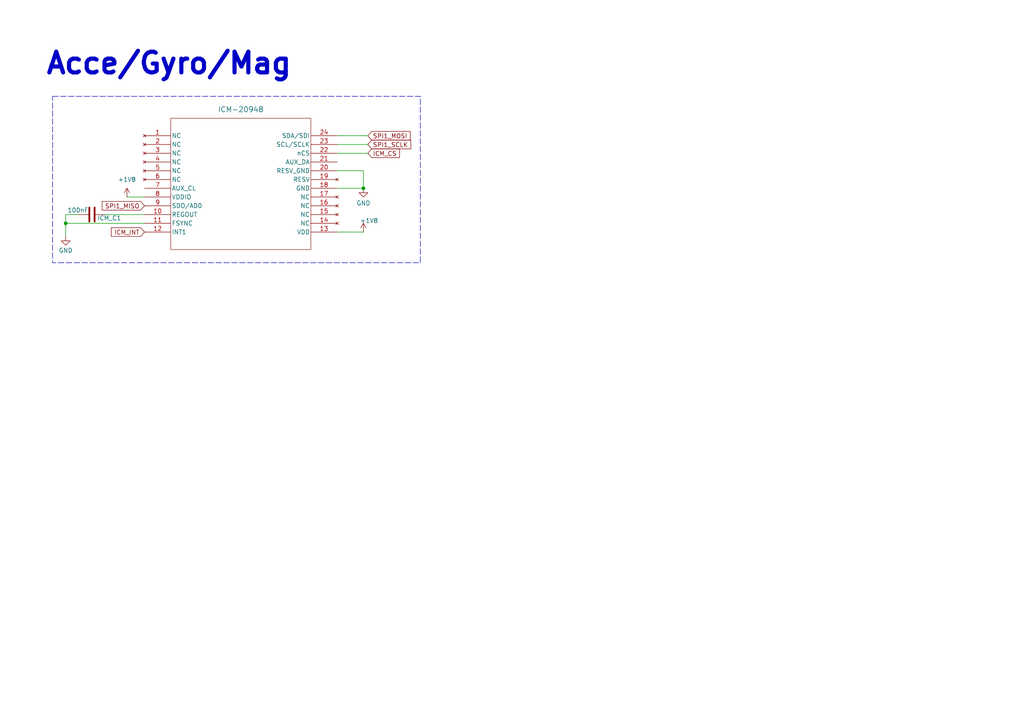
<source format=kicad_sch>
(kicad_sch (version 20231120) (generator "eeschema") (generator_version "8.0")
  (paper "A4")
  (title_block (title "Acc/Gyro/Mag") (date "2024-11-09") (company "GAUL"))
  (lib_symbols
    (symbol "Device:C" (pin_numbers hide) (pin_names (offset 0.254))
      (property "Reference" "C" (at 0.635 2.54 0))
      (property "Value" "C" (at 0.635 -2.54 0))
      (symbol "C_0_1"
        (polyline (pts (xy -2.032 -0.762) (xy 2.032 -0.762)) (stroke (width 0.508)))
        (polyline (pts (xy -2.032 0.762) (xy 2.032 0.762)) (stroke (width 0.508)))
      )
      (symbol "C_1_1"
        (pin passive line (at 0 3.81 270) (length 2.794) (name "~") (number "1"))
        (pin passive line (at 0 -3.81 90) (length 2.794) (name "~") (number "2"))
      )
    )
    (symbol "ODB_Lib:ICM-20948" (pin_names (offset 0.254))
      (property "Value" "ICM-20948" (at 27.94 3.048 0))
      (symbol "ICM-20948_1_1"
        (polyline (pts (xy 7.62 -33.02) (xy 48.26 -33.02)) (stroke (width 0.127)))
        (polyline (pts (xy 7.62 5.08) (xy 7.62 -33.02)) (stroke (width 0.127)))
        (polyline (pts (xy 48.26 -33.02) (xy 48.26 5.08)) (stroke (width 0.127)))
        (polyline (pts (xy 48.26 5.08) (xy 7.62 5.08)) (stroke (width 0.127)))
        (pin no_connect line (at 0 0 0) (length 7.62) (name "NC") (number "1"))
        (pin output line (at 0 -22.86 0) (length 7.62) (name "REGOUT") (number "10"))
        (pin input line (at 0 -25.4 0) (length 7.62) (name "FSYNC") (number "11"))
        (pin output line (at 0 -27.94 0) (length 7.62) (name "INT1") (number "12"))
        (pin power_in line (at 55.88 -27.94 180) (length 7.62) (name "VDD") (number "13"))
        (pin no_connect line (at 55.88 -25.4 180) (length 7.62) (name "NC") (number "14"))
        (pin no_connect line (at 55.88 -22.86 180) (length 7.62) (name "NC") (number "15"))
        (pin no_connect line (at 55.88 -20.32 180) (length 7.62) (name "NC") (number "16"))
        (pin no_connect line (at 55.88 -17.78 180) (length 7.62) (name "NC") (number "17"))
        (pin power_out line (at 55.88 -15.24 180) (length 7.62) (name "GND") (number "18"))
        (pin no_connect line (at 55.88 -12.7 180) (length 7.62) (name "RESV") (number "19"))
        (pin no_connect line (at 0 -2.54 0) (length 7.62) (name "NC") (number "2"))
        (pin power_out line (at 55.88 -10.16 180) (length 7.62) (name "RESV_GND") (number "20"))
        (pin unspecified line (at 55.88 -7.62 180) (length 7.62) (name "AUX_DA") (number "21"))
        (pin input line (at 55.88 -5.08 180) (length 7.62) (name "nCS") (number "22"))
        (pin input line (at 55.88 -2.54 180) (length 7.62) (name "SCL/SCLK") (number "23"))
        (pin input line (at 55.88 0 180) (length 7.62) (name "SDA/SDI") (number "24"))
        (pin no_connect line (at 0 -5.08 0) (length 7.62) (name "NC") (number "3"))
        (pin no_connect line (at 0 -7.62 0) (length 7.62) (name "NC") (number "4"))
        (pin no_connect line (at 0 -10.16 0) (length 7.62) (name "NC") (number "5"))
        (pin no_connect line (at 0 -12.7 0) (length 7.62) (name "NC") (number "6"))
        (pin unspecified line (at 0 -15.24 0) (length 7.62) (name "AUX_CL") (number "7"))
        (pin power_in line (at 0 -17.78 0) (length 7.62) (name "VDDIO") (number "8"))
        (pin bidirectional line (at 0 -20.32 0) (length 7.62) (name "SDO/AD0") (number "9"))
      )
    )
    (symbol "power:+1V8" (power) (pin_numbers hide) (pin_names (offset 0) hide)
      (property "Value" "+1V8" (at 0 3.556 0))
      (symbol "+1V8_0_1"
        (polyline (pts (xy -0.762 1.27) (xy 0 2.54)))
        (polyline (pts (xy 0 0) (xy 0 2.54)))
        (polyline (pts (xy 0 2.54) (xy 0.762 1.27)))
      )
      (symbol "+1V8_1_1"
        (pin power_in line (at 0 0 90) (length 0) (name "~") (number "1"))
      )
    )
    (symbol "power:+3V3" (power) (pin_numbers hide) (pin_names (offset 0) hide)
      (property "Value" "+3V3" (at 0 3.556 0))
      (symbol "+3V3_0_1"
        (polyline (pts (xy -0.762 1.27) (xy 0 2.54)))
        (polyline (pts (xy 0 0) (xy 0 2.54)))
        (polyline (pts (xy 0 2.54) (xy 0.762 1.27)))
      )
      (symbol "+3V3_1_1"
        (pin power_in line (at 0 0 90) (length 0) (name "~") (number "1"))
      )
    )
    (symbol "power:GND" (power) (pin_numbers hide) (pin_names (offset 0) hide)
      (property "Value" "GND" (at 0 -3.81 0))
      (symbol "GND_0_1"
        (polyline (pts (xy 0 0) (xy 0 -1.27) (xy 1.27 -1.27) (xy 0 -2.54) (xy -1.27 -1.27) (xy 0 -1.27)))
      )
      (symbol "GND_1_1"
        (pin power_in line (at 0 0 270) (length 0) (name "~") (number "1"))
      )
    )
  )
  (junction (at 19.05 64.77))
  (junction (at 105.41 54.61))
  (wire (pts (xy 36.83 57.15) (xy 41.91 57.15)))
  (wire (pts (xy 97.79 49.53) (xy 105.41 49.53)))
  (wire (pts (xy 97.79 54.61) (xy 105.41 54.61)))
  (wire (pts (xy 97.79 44.45) (xy 106.68 44.45)))
  (wire (pts (xy 19.05 62.23) (xy 19.05 64.77)))
  (wire (pts (xy 41.91 64.77) (xy 19.05 64.77)))
  (wire (pts (xy 19.05 64.77) (xy 19.05 68.58)))
  (wire (pts (xy 105.41 49.53) (xy 105.41 54.61)))
  (wire (pts (xy 30.48 62.23) (xy 41.91 62.23)))
  (wire (pts (xy 97.79 67.31) (xy 105.41 67.31)))
  (wire (pts (xy 97.79 39.37) (xy 106.68 39.37)))
  (wire (pts (xy 22.86 62.23) (xy 19.05 62.23)))
  (wire (pts (xy 97.79 41.91) (xy 106.68 41.91)))
  (rectangle (start 15.24 27.94) (end 121.92 76.2) (stroke (width 0) (type dash)))
  (text "Acce/Gyro/Mag" (at 49.022 18.542 0) (effects (font (size 6 6) (thickness 1.2) (bold yes))))
  (global_label "SPI1_MOSI" (shape input) (at 106.68 39.37 0) (property "Intersheetrefs" "${INTERSHEET_REFS}" (effects (hide yes))))
  (global_label "ICM_INT" (shape input) (at 41.91 67.31 180) (property "Intersheetrefs" "${INTERSHEET_REFS}" (effects (hide yes))))
  (global_label "ICM_CS" (shape input) (at 106.68 44.45 0) (property "Intersheetrefs" "${INTERSHEET_REFS}" (effects (hide yes))))
  (global_label "SPI1_SCLK" (shape input) (at 106.68 41.91 0) (property "Intersheetrefs" "${INTERSHEET_REFS}" (effects (hide yes))))
  (global_label "SPI1_MISO" (shape input) (at 41.91 59.69 180) (property "Intersheetrefs" "${INTERSHEET_REFS}" (effects (hide yes))))
  (symbol (lib_id "power:+3V3") (at 105.41 67.31 0) (unit 1)
    (property "Reference" "#PWR056" (effects (hide yes)))
    (property "Value" "+1V8" (at 104.394 64.008 0) (effects (justify left)))
    (property "Description" "Power symbol creates a global label with name \"+3V3\"" (effects (hide yes)))
  )
  (symbol (lib_id "Device:C") (at 26.67 62.23 270) (unit 1)
    (property "Reference" "ICM_C1" (at 28.194 63.246 90) (effects (justify left)))
    (property "Value" "100nF" (at 19.558 60.96 90) (effects (justify left)))
    (property "Description" "Unpolarized capacitor" (effects (hide yes)))
  )
  (symbol (lib_id "ODB_Lib:ICM-20948") (at 41.91 39.37 0) (unit 1)
    (property "Reference" "U6" (effects (hide yes)))
    (property "Value" "ICM-20948" (at 69.85 31.75 0) (effects (font (size 1.524 1.524))))
    (property "Footprint" "QFN24_3X3X0P9_IVS" (effects (hide yes)))
    (property "Datasheet" "ICM-20948" (effects (hide yes)))
  )
  (symbol (lib_id "power:+1V8") (at 36.83 57.15 0) (unit 1)
    (property "Reference" "#PWR054" (effects (hide yes)))
    (property "Value" "+1V8" (at 36.83 52.07 0))
    (property "Description" "Power symbol creates a global label with name \"+1V8\"" (effects (hide yes)))
  )
  (symbol (lib_id "power:GND") (at 105.41 54.61 0) (unit 1)
    (property "Reference" "#PWR055" (effects (hide yes)))
    (property "Value" "GND" (at 105.41 58.928 0))
    (property "Description" "Power symbol creates a global label with name \"GND\" , ground" (effects (hide yes)))
  )
  (symbol (lib_id "power:GND") (at 19.05 68.58 0) (unit 1)
    (property "Reference" "#PWR053" (effects (hide yes)))
    (property "Value" "GND" (at 19.05 72.644 0))
    (property "Description" "Power symbol creates a global label with name \"GND\" , ground" (effects (hide yes)))
  )
)
</source>
